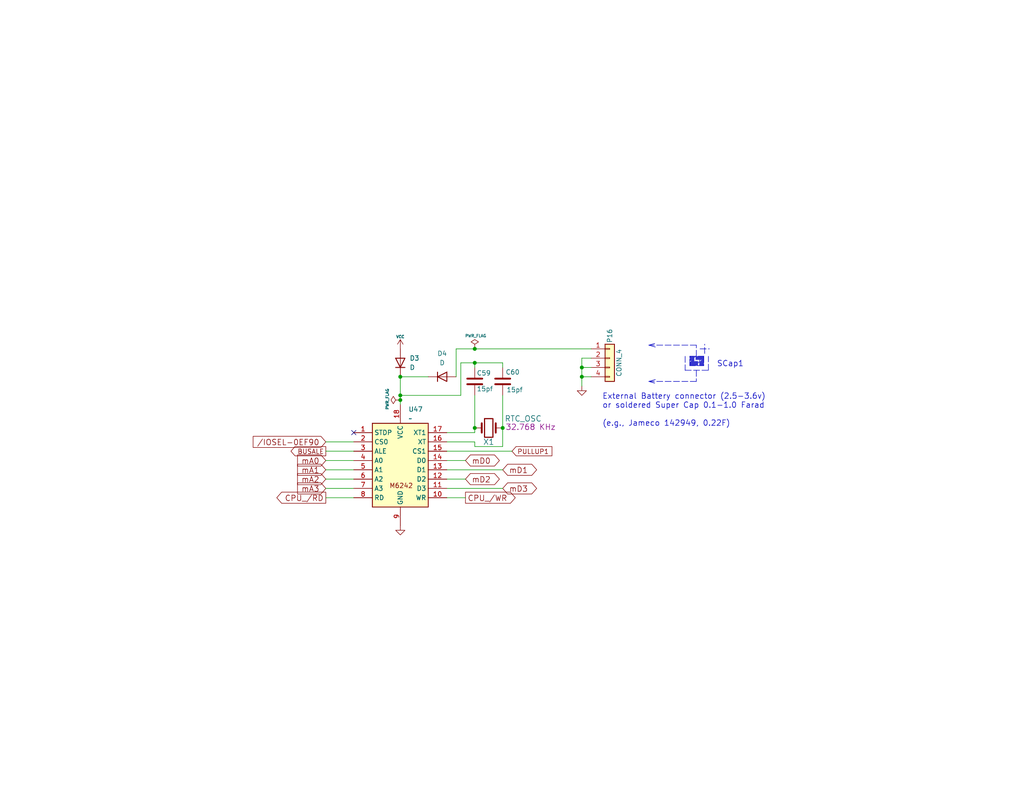
<source format=kicad_sch>
(kicad_sch
	(version 20231120)
	(generator "eeschema")
	(generator_version "8.0")
	(uuid "cbe0dedb-2418-48fa-b2ea-9e475d930100")
	(paper "A")
	(title_block
		(title "6809PC")
		(date "2025-01-21")
		(rev "001")
		(comment 1 "https://github.com/danwerner21/6809PC")
		(comment 2 "Based on work by Andrew Lynch and John Coffman")
	)
	(lib_symbols
		(symbol "Connector_Generic:Conn_01x04"
			(pin_names
				(offset 1.016) hide)
			(exclude_from_sim no)
			(in_bom yes)
			(on_board yes)
			(property "Reference" "J"
				(at 0 5.08 0)
				(effects
					(font
						(size 1.27 1.27)
					)
				)
			)
			(property "Value" "Conn_01x04"
				(at 0 -7.62 0)
				(effects
					(font
						(size 1.27 1.27)
					)
				)
			)
			(property "Footprint" ""
				(at 0 0 0)
				(effects
					(font
						(size 1.27 1.27)
					)
					(hide yes)
				)
			)
			(property "Datasheet" "~"
				(at 0 0 0)
				(effects
					(font
						(size 1.27 1.27)
					)
					(hide yes)
				)
			)
			(property "Description" "Generic connector, single row, 01x04, script generated (kicad-library-utils/schlib/autogen/connector/)"
				(at 0 0 0)
				(effects
					(font
						(size 1.27 1.27)
					)
					(hide yes)
				)
			)
			(property "ki_keywords" "connector"
				(at 0 0 0)
				(effects
					(font
						(size 1.27 1.27)
					)
					(hide yes)
				)
			)
			(property "ki_fp_filters" "Connector*:*_1x??_*"
				(at 0 0 0)
				(effects
					(font
						(size 1.27 1.27)
					)
					(hide yes)
				)
			)
			(symbol "Conn_01x04_1_1"
				(rectangle
					(start -1.27 -4.953)
					(end 0 -5.207)
					(stroke
						(width 0.1524)
						(type default)
					)
					(fill
						(type none)
					)
				)
				(rectangle
					(start -1.27 -2.413)
					(end 0 -2.667)
					(stroke
						(width 0.1524)
						(type default)
					)
					(fill
						(type none)
					)
				)
				(rectangle
					(start -1.27 0.127)
					(end 0 -0.127)
					(stroke
						(width 0.1524)
						(type default)
					)
					(fill
						(type none)
					)
				)
				(rectangle
					(start -1.27 2.667)
					(end 0 2.413)
					(stroke
						(width 0.1524)
						(type default)
					)
					(fill
						(type none)
					)
				)
				(rectangle
					(start -1.27 3.81)
					(end 1.27 -6.35)
					(stroke
						(width 0.254)
						(type default)
					)
					(fill
						(type background)
					)
				)
				(pin passive line
					(at -5.08 2.54 0)
					(length 3.81)
					(name "Pin_1"
						(effects
							(font
								(size 1.27 1.27)
							)
						)
					)
					(number "1"
						(effects
							(font
								(size 1.27 1.27)
							)
						)
					)
				)
				(pin passive line
					(at -5.08 0 0)
					(length 3.81)
					(name "Pin_2"
						(effects
							(font
								(size 1.27 1.27)
							)
						)
					)
					(number "2"
						(effects
							(font
								(size 1.27 1.27)
							)
						)
					)
				)
				(pin passive line
					(at -5.08 -2.54 0)
					(length 3.81)
					(name "Pin_3"
						(effects
							(font
								(size 1.27 1.27)
							)
						)
					)
					(number "3"
						(effects
							(font
								(size 1.27 1.27)
							)
						)
					)
				)
				(pin passive line
					(at -5.08 -5.08 0)
					(length 3.81)
					(name "Pin_4"
						(effects
							(font
								(size 1.27 1.27)
							)
						)
					)
					(number "4"
						(effects
							(font
								(size 1.27 1.27)
							)
						)
					)
				)
			)
		)
		(symbol "Custom:M6242B"
			(exclude_from_sim no)
			(in_bom yes)
			(on_board yes)
			(property "Reference" "U"
				(at 0 0 0)
				(effects
					(font
						(size 1.27 1.27)
					)
				)
			)
			(property "Value" ""
				(at 0 0 0)
				(effects
					(font
						(size 1.27 1.27)
					)
				)
			)
			(property "Footprint" ""
				(at 0 0 0)
				(effects
					(font
						(size 1.27 1.27)
					)
					(hide yes)
				)
			)
			(property "Datasheet" ""
				(at 0 0 0)
				(effects
					(font
						(size 1.27 1.27)
					)
					(hide yes)
				)
			)
			(property "Description" ""
				(at 0 0 0)
				(effects
					(font
						(size 1.27 1.27)
					)
					(hide yes)
				)
			)
			(symbol "M6242B_1_0"
				(pin passive line
					(at -12.7 3.81 0)
					(length 5.08)
					(name "STDP"
						(effects
							(font
								(size 1.27 1.27)
							)
						)
					)
					(number "1"
						(effects
							(font
								(size 1.27 1.27)
							)
						)
					)
				)
				(pin passive line
					(at 12.7 -13.97 180)
					(length 5.08)
					(name "WR"
						(effects
							(font
								(size 1.27 1.27)
							)
						)
					)
					(number "10"
						(effects
							(font
								(size 1.27 1.27)
							)
						)
					)
				)
				(pin passive line
					(at 12.7 -11.43 180)
					(length 5.08)
					(name "D3"
						(effects
							(font
								(size 1.27 1.27)
							)
						)
					)
					(number "11"
						(effects
							(font
								(size 1.27 1.27)
							)
						)
					)
				)
				(pin passive line
					(at 12.7 -8.89 180)
					(length 5.08)
					(name "D2"
						(effects
							(font
								(size 1.27 1.27)
							)
						)
					)
					(number "12"
						(effects
							(font
								(size 1.27 1.27)
							)
						)
					)
				)
				(pin passive line
					(at 12.7 -6.35 180)
					(length 5.08)
					(name "D1"
						(effects
							(font
								(size 1.27 1.27)
							)
						)
					)
					(number "13"
						(effects
							(font
								(size 1.27 1.27)
							)
						)
					)
				)
				(pin passive line
					(at 12.7 -3.81 180)
					(length 5.08)
					(name "D0"
						(effects
							(font
								(size 1.27 1.27)
							)
						)
					)
					(number "14"
						(effects
							(font
								(size 1.27 1.27)
							)
						)
					)
				)
				(pin passive line
					(at 12.7 -1.27 180)
					(length 5.08)
					(name "CS1"
						(effects
							(font
								(size 1.27 1.27)
							)
						)
					)
					(number "15"
						(effects
							(font
								(size 1.27 1.27)
							)
						)
					)
				)
				(pin passive line
					(at 12.7 1.27 180)
					(length 5.08)
					(name "XT"
						(effects
							(font
								(size 1.27 1.27)
							)
						)
					)
					(number "16"
						(effects
							(font
								(size 1.27 1.27)
							)
						)
					)
				)
				(pin passive line
					(at 12.7 3.81 180)
					(length 5.08)
					(name "XT1"
						(effects
							(font
								(size 1.27 1.27)
							)
						)
					)
					(number "17"
						(effects
							(font
								(size 1.27 1.27)
							)
						)
					)
				)
				(pin power_in line
					(at 0 11.43 270)
					(length 5.08)
					(name "VCC"
						(effects
							(font
								(size 1.27 1.27)
							)
						)
					)
					(number "18"
						(effects
							(font
								(size 1.27 1.27)
							)
						)
					)
				)
				(pin passive line
					(at -12.7 1.27 0)
					(length 5.08)
					(name "CS0"
						(effects
							(font
								(size 1.27 1.27)
							)
						)
					)
					(number "2"
						(effects
							(font
								(size 1.27 1.27)
							)
						)
					)
				)
				(pin passive line
					(at -12.7 -1.27 0)
					(length 5.08)
					(name "ALE"
						(effects
							(font
								(size 1.27 1.27)
							)
						)
					)
					(number "3"
						(effects
							(font
								(size 1.27 1.27)
							)
						)
					)
				)
				(pin passive line
					(at -12.7 -3.81 0)
					(length 5.08)
					(name "A0"
						(effects
							(font
								(size 1.27 1.27)
							)
						)
					)
					(number "4"
						(effects
							(font
								(size 1.27 1.27)
							)
						)
					)
				)
				(pin passive line
					(at -12.7 -6.35 0)
					(length 5.08)
					(name "A1"
						(effects
							(font
								(size 1.27 1.27)
							)
						)
					)
					(number "5"
						(effects
							(font
								(size 1.27 1.27)
							)
						)
					)
				)
				(pin passive line
					(at -12.7 -8.89 0)
					(length 5.08)
					(name "A2"
						(effects
							(font
								(size 1.27 1.27)
							)
						)
					)
					(number "6"
						(effects
							(font
								(size 1.27 1.27)
							)
						)
					)
				)
				(pin passive line
					(at -12.7 -11.43 0)
					(length 5.08)
					(name "A3"
						(effects
							(font
								(size 1.27 1.27)
							)
						)
					)
					(number "7"
						(effects
							(font
								(size 1.27 1.27)
							)
						)
					)
				)
				(pin passive line
					(at -12.7 -13.97 0)
					(length 5.08)
					(name "RD"
						(effects
							(font
								(size 1.27 1.27)
							)
						)
					)
					(number "8"
						(effects
							(font
								(size 1.27 1.27)
							)
						)
					)
				)
				(pin power_in line
					(at 0 -21.59 90)
					(length 5.08)
					(name "GND"
						(effects
							(font
								(size 1.27 1.27)
							)
						)
					)
					(number "9"
						(effects
							(font
								(size 1.27 1.27)
							)
						)
					)
				)
			)
			(symbol "M6242B_1_1"
				(rectangle
					(start -7.62 6.35)
					(end 7.62 -16.51)
					(stroke
						(width 0.254)
						(type default)
					)
					(fill
						(type background)
					)
				)
				(text "M6242"
					(at 0.254 -10.668 0)
					(effects
						(font
							(size 1.27 1.27)
						)
					)
				)
			)
		)
		(symbol "Device:C"
			(pin_numbers hide)
			(pin_names
				(offset 0.254)
			)
			(exclude_from_sim no)
			(in_bom yes)
			(on_board yes)
			(property "Reference" "C"
				(at 0.635 2.54 0)
				(effects
					(font
						(size 1.27 1.27)
					)
					(justify left)
				)
			)
			(property "Value" "C"
				(at 0.635 -2.54 0)
				(effects
					(font
						(size 1.27 1.27)
					)
					(justify left)
				)
			)
			(property "Footprint" ""
				(at 0.9652 -3.81 0)
				(effects
					(font
						(size 1.27 1.27)
					)
					(hide yes)
				)
			)
			(property "Datasheet" "~"
				(at 0 0 0)
				(effects
					(font
						(size 1.27 1.27)
					)
					(hide yes)
				)
			)
			(property "Description" "Unpolarized capacitor"
				(at 0 0 0)
				(effects
					(font
						(size 1.27 1.27)
					)
					(hide yes)
				)
			)
			(property "ki_keywords" "cap capacitor"
				(at 0 0 0)
				(effects
					(font
						(size 1.27 1.27)
					)
					(hide yes)
				)
			)
			(property "ki_fp_filters" "C_*"
				(at 0 0 0)
				(effects
					(font
						(size 1.27 1.27)
					)
					(hide yes)
				)
			)
			(symbol "C_0_1"
				(polyline
					(pts
						(xy -2.032 -0.762) (xy 2.032 -0.762)
					)
					(stroke
						(width 0.508)
						(type default)
					)
					(fill
						(type none)
					)
				)
				(polyline
					(pts
						(xy -2.032 0.762) (xy 2.032 0.762)
					)
					(stroke
						(width 0.508)
						(type default)
					)
					(fill
						(type none)
					)
				)
			)
			(symbol "C_1_1"
				(pin passive line
					(at 0 3.81 270)
					(length 2.794)
					(name "~"
						(effects
							(font
								(size 1.27 1.27)
							)
						)
					)
					(number "1"
						(effects
							(font
								(size 1.27 1.27)
							)
						)
					)
				)
				(pin passive line
					(at 0 -3.81 90)
					(length 2.794)
					(name "~"
						(effects
							(font
								(size 1.27 1.27)
							)
						)
					)
					(number "2"
						(effects
							(font
								(size 1.27 1.27)
							)
						)
					)
				)
			)
		)
		(symbol "Device:Crystal"
			(pin_numbers hide)
			(pin_names
				(offset 1.016) hide)
			(exclude_from_sim no)
			(in_bom yes)
			(on_board yes)
			(property "Reference" "Y"
				(at 0 3.81 0)
				(effects
					(font
						(size 1.27 1.27)
					)
				)
			)
			(property "Value" "Crystal"
				(at 0 -3.81 0)
				(effects
					(font
						(size 1.27 1.27)
					)
				)
			)
			(property "Footprint" ""
				(at 0 0 0)
				(effects
					(font
						(size 1.27 1.27)
					)
					(hide yes)
				)
			)
			(property "Datasheet" "~"
				(at 0 0 0)
				(effects
					(font
						(size 1.27 1.27)
					)
					(hide yes)
				)
			)
			(property "Description" "Two pin crystal"
				(at 0 0 0)
				(effects
					(font
						(size 1.27 1.27)
					)
					(hide yes)
				)
			)
			(property "ki_keywords" "quartz ceramic resonator oscillator"
				(at 0 0 0)
				(effects
					(font
						(size 1.27 1.27)
					)
					(hide yes)
				)
			)
			(property "ki_fp_filters" "Crystal*"
				(at 0 0 0)
				(effects
					(font
						(size 1.27 1.27)
					)
					(hide yes)
				)
			)
			(symbol "Crystal_0_1"
				(rectangle
					(start -1.143 2.54)
					(end 1.143 -2.54)
					(stroke
						(width 0.3048)
						(type default)
					)
					(fill
						(type none)
					)
				)
				(polyline
					(pts
						(xy -2.54 0) (xy -1.905 0)
					)
					(stroke
						(width 0)
						(type default)
					)
					(fill
						(type none)
					)
				)
				(polyline
					(pts
						(xy -1.905 -1.27) (xy -1.905 1.27)
					)
					(stroke
						(width 0.508)
						(type default)
					)
					(fill
						(type none)
					)
				)
				(polyline
					(pts
						(xy 1.905 -1.27) (xy 1.905 1.27)
					)
					(stroke
						(width 0.508)
						(type default)
					)
					(fill
						(type none)
					)
				)
				(polyline
					(pts
						(xy 2.54 0) (xy 1.905 0)
					)
					(stroke
						(width 0)
						(type default)
					)
					(fill
						(type none)
					)
				)
			)
			(symbol "Crystal_1_1"
				(pin passive line
					(at -3.81 0 0)
					(length 1.27)
					(name "1"
						(effects
							(font
								(size 1.27 1.27)
							)
						)
					)
					(number "1"
						(effects
							(font
								(size 1.27 1.27)
							)
						)
					)
				)
				(pin passive line
					(at 3.81 0 180)
					(length 1.27)
					(name "2"
						(effects
							(font
								(size 1.27 1.27)
							)
						)
					)
					(number "2"
						(effects
							(font
								(size 1.27 1.27)
							)
						)
					)
				)
			)
		)
		(symbol "Device:D"
			(pin_numbers hide)
			(pin_names
				(offset 1.016) hide)
			(exclude_from_sim no)
			(in_bom yes)
			(on_board yes)
			(property "Reference" "D"
				(at 0 2.54 0)
				(effects
					(font
						(size 1.27 1.27)
					)
				)
			)
			(property "Value" "D"
				(at 0 -2.54 0)
				(effects
					(font
						(size 1.27 1.27)
					)
				)
			)
			(property "Footprint" ""
				(at 0 0 0)
				(effects
					(font
						(size 1.27 1.27)
					)
					(hide yes)
				)
			)
			(property "Datasheet" "~"
				(at 0 0 0)
				(effects
					(font
						(size 1.27 1.27)
					)
					(hide yes)
				)
			)
			(property "Description" "Diode"
				(at 0 0 0)
				(effects
					(font
						(size 1.27 1.27)
					)
					(hide yes)
				)
			)
			(property "Sim.Device" "D"
				(at 0 0 0)
				(effects
					(font
						(size 1.27 1.27)
					)
					(hide yes)
				)
			)
			(property "Sim.Pins" "1=K 2=A"
				(at 0 0 0)
				(effects
					(font
						(size 1.27 1.27)
					)
					(hide yes)
				)
			)
			(property "ki_keywords" "diode"
				(at 0 0 0)
				(effects
					(font
						(size 1.27 1.27)
					)
					(hide yes)
				)
			)
			(property "ki_fp_filters" "TO-???* *_Diode_* *SingleDiode* D_*"
				(at 0 0 0)
				(effects
					(font
						(size 1.27 1.27)
					)
					(hide yes)
				)
			)
			(symbol "D_0_1"
				(polyline
					(pts
						(xy -1.27 1.27) (xy -1.27 -1.27)
					)
					(stroke
						(width 0.254)
						(type default)
					)
					(fill
						(type none)
					)
				)
				(polyline
					(pts
						(xy 1.27 0) (xy -1.27 0)
					)
					(stroke
						(width 0)
						(type default)
					)
					(fill
						(type none)
					)
				)
				(polyline
					(pts
						(xy 1.27 1.27) (xy 1.27 -1.27) (xy -1.27 0) (xy 1.27 1.27)
					)
					(stroke
						(width 0.254)
						(type default)
					)
					(fill
						(type none)
					)
				)
			)
			(symbol "D_1_1"
				(pin passive line
					(at -3.81 0 0)
					(length 2.54)
					(name "K"
						(effects
							(font
								(size 1.27 1.27)
							)
						)
					)
					(number "1"
						(effects
							(font
								(size 1.27 1.27)
							)
						)
					)
				)
				(pin passive line
					(at 3.81 0 180)
					(length 2.54)
					(name "A"
						(effects
							(font
								(size 1.27 1.27)
							)
						)
					)
					(number "2"
						(effects
							(font
								(size 1.27 1.27)
							)
						)
					)
				)
			)
		)
		(symbol "power:GND"
			(power)
			(pin_numbers hide)
			(pin_names
				(offset 0) hide)
			(exclude_from_sim no)
			(in_bom yes)
			(on_board yes)
			(property "Reference" "#PWR"
				(at 0 -6.35 0)
				(effects
					(font
						(size 1.27 1.27)
					)
					(hide yes)
				)
			)
			(property "Value" "GND"
				(at 0 -3.81 0)
				(effects
					(font
						(size 1.27 1.27)
					)
				)
			)
			(property "Footprint" ""
				(at 0 0 0)
				(effects
					(font
						(size 1.27 1.27)
					)
					(hide yes)
				)
			)
			(property "Datasheet" ""
				(at 0 0 0)
				(effects
					(font
						(size 1.27 1.27)
					)
					(hide yes)
				)
			)
			(property "Description" "Power symbol creates a global label with name \"GND\" , ground"
				(at 0 0 0)
				(effects
					(font
						(size 1.27 1.27)
					)
					(hide yes)
				)
			)
			(property "ki_keywords" "global power"
				(at 0 0 0)
				(effects
					(font
						(size 1.27 1.27)
					)
					(hide yes)
				)
			)
			(symbol "GND_0_1"
				(polyline
					(pts
						(xy 0 0) (xy 0 -1.27) (xy 1.27 -1.27) (xy 0 -2.54) (xy -1.27 -1.27) (xy 0 -1.27)
					)
					(stroke
						(width 0)
						(type default)
					)
					(fill
						(type none)
					)
				)
			)
			(symbol "GND_1_1"
				(pin power_in line
					(at 0 0 270)
					(length 0)
					(name "~"
						(effects
							(font
								(size 1.27 1.27)
							)
						)
					)
					(number "1"
						(effects
							(font
								(size 1.27 1.27)
							)
						)
					)
				)
			)
		)
		(symbol "power:PWR_FLAG"
			(power)
			(pin_numbers hide)
			(pin_names
				(offset 0) hide)
			(exclude_from_sim no)
			(in_bom yes)
			(on_board yes)
			(property "Reference" "#FLG"
				(at 0 1.905 0)
				(effects
					(font
						(size 1.27 1.27)
					)
					(hide yes)
				)
			)
			(property "Value" "PWR_FLAG"
				(at 0 3.81 0)
				(effects
					(font
						(size 1.27 1.27)
					)
				)
			)
			(property "Footprint" ""
				(at 0 0 0)
				(effects
					(font
						(size 1.27 1.27)
					)
					(hide yes)
				)
			)
			(property "Datasheet" "~"
				(at 0 0 0)
				(effects
					(font
						(size 1.27 1.27)
					)
					(hide yes)
				)
			)
			(property "Description" "Special symbol for telling ERC where power comes from"
				(at 0 0 0)
				(effects
					(font
						(size 1.27 1.27)
					)
					(hide yes)
				)
			)
			(property "ki_keywords" "flag power"
				(at 0 0 0)
				(effects
					(font
						(size 1.27 1.27)
					)
					(hide yes)
				)
			)
			(symbol "PWR_FLAG_0_0"
				(pin power_out line
					(at 0 0 90)
					(length 0)
					(name "~"
						(effects
							(font
								(size 1.27 1.27)
							)
						)
					)
					(number "1"
						(effects
							(font
								(size 1.27 1.27)
							)
						)
					)
				)
			)
			(symbol "PWR_FLAG_0_1"
				(polyline
					(pts
						(xy 0 0) (xy 0 1.27) (xy -1.016 1.905) (xy 0 2.54) (xy 1.016 1.905) (xy 0 1.27)
					)
					(stroke
						(width 0)
						(type default)
					)
					(fill
						(type none)
					)
				)
			)
		)
		(symbol "power:VCC"
			(power)
			(pin_numbers hide)
			(pin_names
				(offset 0) hide)
			(exclude_from_sim no)
			(in_bom yes)
			(on_board yes)
			(property "Reference" "#PWR"
				(at 0 -3.81 0)
				(effects
					(font
						(size 1.27 1.27)
					)
					(hide yes)
				)
			)
			(property "Value" "VCC"
				(at 0 3.556 0)
				(effects
					(font
						(size 1.27 1.27)
					)
				)
			)
			(property "Footprint" ""
				(at 0 0 0)
				(effects
					(font
						(size 1.27 1.27)
					)
					(hide yes)
				)
			)
			(property "Datasheet" ""
				(at 0 0 0)
				(effects
					(font
						(size 1.27 1.27)
					)
					(hide yes)
				)
			)
			(property "Description" "Power symbol creates a global label with name \"VCC\""
				(at 0 0 0)
				(effects
					(font
						(size 1.27 1.27)
					)
					(hide yes)
				)
			)
			(property "ki_keywords" "global power"
				(at 0 0 0)
				(effects
					(font
						(size 1.27 1.27)
					)
					(hide yes)
				)
			)
			(symbol "VCC_0_1"
				(polyline
					(pts
						(xy -0.762 1.27) (xy 0 2.54)
					)
					(stroke
						(width 0)
						(type default)
					)
					(fill
						(type none)
					)
				)
				(polyline
					(pts
						(xy 0 0) (xy 0 2.54)
					)
					(stroke
						(width 0)
						(type default)
					)
					(fill
						(type none)
					)
				)
				(polyline
					(pts
						(xy 0 2.54) (xy 0.762 1.27)
					)
					(stroke
						(width 0)
						(type default)
					)
					(fill
						(type none)
					)
				)
			)
			(symbol "VCC_1_1"
				(pin power_in line
					(at 0 0 90)
					(length 0)
					(name "~"
						(effects
							(font
								(size 1.27 1.27)
							)
						)
					)
					(number "1"
						(effects
							(font
								(size 1.27 1.27)
							)
						)
					)
				)
			)
		)
	)
	(junction
		(at 129.54 116.84)
		(diameter 0)
		(color 0 0 0 0)
		(uuid "0d1d74d0-0d3a-4233-ba1e-e9e063a4e189")
	)
	(junction
		(at 137.16 116.84)
		(diameter 0)
		(color 0 0 0 0)
		(uuid "17c6fedd-fb1d-45fc-8f07-0e48566785ea")
	)
	(junction
		(at 109.22 109.22)
		(diameter 0)
		(color 0 0 0 0)
		(uuid "22257d5c-532e-4549-af19-bd9813268dd8")
	)
	(junction
		(at 158.75 100.33)
		(diameter 0)
		(color 0 0 0 0)
		(uuid "6cb0f734-f1e0-4530-99f5-c98ebef9a7c0")
	)
	(junction
		(at 129.54 99.06)
		(diameter 0)
		(color 0 0 0 0)
		(uuid "7ad2b714-d338-4d20-b85d-d09236e3471d")
	)
	(junction
		(at 158.75 102.87)
		(diameter 0)
		(color 0 0 0 0)
		(uuid "9111b942-aa29-4bc9-84f8-012d40869b3a")
	)
	(junction
		(at 109.22 102.87)
		(diameter 0)
		(color 0 0 0 0)
		(uuid "9d1c0fcd-41fb-443e-b593-04b65394e3fe")
	)
	(junction
		(at 109.22 107.95)
		(diameter 0)
		(color 0 0 0 0)
		(uuid "cee5a908-c97a-48b2-af48-b495431ce13f")
	)
	(junction
		(at 129.54 95.25)
		(diameter 0)
		(color 0 0 0 0)
		(uuid "e1156556-c4ff-4065-afc0-db8776de6ef2")
	)
	(no_connect
		(at 96.52 118.11)
		(uuid "272fd08b-1ff6-42cc-b6f9-0dbecc3ebff3")
	)
	(wire
		(pts
			(xy 129.54 100.33) (xy 129.54 99.06)
		)
		(stroke
			(width 0)
			(type default)
		)
		(uuid "074e6c7a-2716-4f53-8296-9c1aad1d60c3")
	)
	(wire
		(pts
			(xy 88.9 128.27) (xy 96.52 128.27)
		)
		(stroke
			(width 0)
			(type default)
		)
		(uuid "0b8b830e-7e53-4457-a68b-56284672be36")
	)
	(polyline
		(pts
			(xy 188.214 99.568) (xy 190.5 97.282)
		)
		(stroke
			(width 0)
			(type dash)
		)
		(uuid "0d373690-523c-460b-bf55-f720ac1d721e")
	)
	(polyline
		(pts
			(xy 188.214 98.552) (xy 189.484 97.282)
		)
		(stroke
			(width 0)
			(type dash)
		)
		(uuid "0dfcaca9-2865-47fc-b12c-f4356d1adab8")
	)
	(wire
		(pts
			(xy 88.9 133.35) (xy 96.52 133.35)
		)
		(stroke
			(width 0)
			(type default)
		)
		(uuid "0e20b1c0-1eee-4bb3-b26a-eb3e3f1fdd2b")
	)
	(polyline
		(pts
			(xy 189.992 101.092) (xy 189.992 104.14)
		)
		(stroke
			(width 0)
			(type dash)
		)
		(uuid "10e54ce8-b6d1-43f0-9ad8-2bcc8ae3800c")
	)
	(wire
		(pts
			(xy 109.22 107.95) (xy 109.22 109.22)
		)
		(stroke
			(width 0)
			(type default)
		)
		(uuid "14daa1a8-aff2-4566-9b66-4fddbe25eaf6")
	)
	(wire
		(pts
			(xy 88.9 135.89) (xy 96.52 135.89)
		)
		(stroke
			(width 0)
			(type default)
		)
		(uuid "1c93944e-65dd-4e3d-b0b7-bd8e0d83dfe3")
	)
	(wire
		(pts
			(xy 109.22 102.87) (xy 109.22 107.95)
		)
		(stroke
			(width 0)
			(type default)
		)
		(uuid "1d5d82eb-161b-4693-bc0e-321ae02c2977")
	)
	(polyline
		(pts
			(xy 191.008 95.25) (xy 193.548 95.25)
		)
		(stroke
			(width 0)
			(type dash)
		)
		(uuid "1f1de75b-8f8c-489b-8157-2c79626a9ce8")
	)
	(wire
		(pts
			(xy 109.22 102.87) (xy 116.84 102.87)
		)
		(stroke
			(width 0)
			(type default)
		)
		(uuid "1ff55ea5-b1d8-448a-a6fc-652df37e1e6b")
	)
	(wire
		(pts
			(xy 137.16 99.06) (xy 137.16 100.33)
		)
		(stroke
			(width 0)
			(type default)
		)
		(uuid "20d22bc1-bc2e-44be-9919-bb7508e27a89")
	)
	(wire
		(pts
			(xy 158.75 97.79) (xy 161.29 97.79)
		)
		(stroke
			(width 0)
			(type default)
		)
		(uuid "20e1e5c1-f08d-420c-b598-e9a87b0886cb")
	)
	(polyline
		(pts
			(xy 188.722 97.282) (xy 188.214 97.79)
		)
		(stroke
			(width 0)
			(type dash)
		)
		(uuid "24062355-a8b6-44a4-8c27-09cf36e0b217")
	)
	(polyline
		(pts
			(xy 192.024 97.282) (xy 192.024 99.822)
		)
		(stroke
			(width 0)
			(type dash)
		)
		(uuid "25b55ce8-f1f1-4e3c-9198-8f96b5401f4d")
	)
	(wire
		(pts
			(xy 129.54 95.25) (xy 124.46 95.25)
		)
		(stroke
			(width 0)
			(type default)
		)
		(uuid "2745431f-67db-430b-9a58-4722efa9cc29")
	)
	(wire
		(pts
			(xy 88.9 120.65) (xy 96.52 120.65)
		)
		(stroke
			(width 0)
			(type default)
		)
		(uuid "285691e2-a949-4f48-9762-8656e55472ad")
	)
	(wire
		(pts
			(xy 121.92 133.35) (xy 137.16 133.35)
		)
		(stroke
			(width 0)
			(type default)
		)
		(uuid "2ae4f461-2dd2-4e59-9cec-42b344a65e34")
	)
	(polyline
		(pts
			(xy 189.738 97.282) (xy 188.214 98.806)
		)
		(stroke
			(width 0)
			(type dash)
		)
		(uuid "2c4c920e-a397-4099-b0c8-61be724dc379")
	)
	(wire
		(pts
			(xy 88.9 130.81) (xy 96.52 130.81)
		)
		(stroke
			(width 0)
			(type default)
		)
		(uuid "35921371-a3e1-421b-b76e-f82cfc3e3152")
	)
	(polyline
		(pts
			(xy 193.294 101.092) (xy 193.294 97.282)
		)
		(stroke
			(width 0)
			(type dash)
		)
		(uuid "38c3d51b-624c-469b-bf45-9fcfbfd7c6cb")
	)
	(wire
		(pts
			(xy 137.16 121.92) (xy 129.54 121.92)
		)
		(stroke
			(width 0)
			(type default)
		)
		(uuid "39247989-3c6e-4b7f-93a5-b52758855e0a")
	)
	(wire
		(pts
			(xy 161.29 95.25) (xy 129.54 95.25)
		)
		(stroke
			(width 0)
			(type default)
		)
		(uuid "398b3923-65dc-435b-93aa-5850d676d8e1")
	)
	(wire
		(pts
			(xy 121.92 135.89) (xy 127 135.89)
		)
		(stroke
			(width 0)
			(type default)
		)
		(uuid "3c000ca0-4edb-49ac-9e25-18b111603333")
	)
	(wire
		(pts
			(xy 88.9 125.73) (xy 96.52 125.73)
		)
		(stroke
			(width 0)
			(type default)
		)
		(uuid "3ea46392-d989-4fe8-a703-67426b5a8ae4")
	)
	(polyline
		(pts
			(xy 186.944 101.092) (xy 193.294 101.092)
		)
		(stroke
			(width 0)
			(type dash)
		)
		(uuid "4124ca06-3037-4789-b0ec-c2922bba8b98")
	)
	(polyline
		(pts
			(xy 192.024 97.282) (xy 189.484 99.822)
		)
		(stroke
			(width 0)
			(type dash)
		)
		(uuid "41888a60-15d5-4001-9789-05c5b56a7d79")
	)
	(wire
		(pts
			(xy 158.75 102.87) (xy 158.75 100.33)
		)
		(stroke
			(width 0)
			(type default)
		)
		(uuid "42ab241e-70e6-445a-a792-aefa920b1130")
	)
	(wire
		(pts
			(xy 125.73 99.06) (xy 129.54 99.06)
		)
		(stroke
			(width 0)
			(type default)
		)
		(uuid "446b9f5e-5d7d-4514-ab22-2c2362d57a66")
	)
	(wire
		(pts
			(xy 88.9 123.19) (xy 96.52 123.19)
		)
		(stroke
			(width 0)
			(type default)
		)
		(uuid "44806aaa-66e0-407e-985f-42f49f7a7225")
	)
	(polyline
		(pts
			(xy 188.214 99.06) (xy 189.992 97.282)
		)
		(stroke
			(width 0)
			(type dash)
		)
		(uuid "448cfa57-f291-4c47-8e58-bdf8ddfcb9fc")
	)
	(wire
		(pts
			(xy 137.16 107.95) (xy 137.16 116.84)
		)
		(stroke
			(width 0)
			(type default)
		)
		(uuid "47c446df-2318-4474-b892-d88cbd7b6896")
	)
	(polyline
		(pts
			(xy 177.038 104.14) (xy 178.816 104.648)
		)
		(stroke
			(width 0)
			(type dash)
		)
		(uuid "4b83b5d0-da0f-4e79-8f10-e228bc852ea2")
	)
	(polyline
		(pts
			(xy 178.816 94.742) (xy 177.038 94.234)
		)
		(stroke
			(width 0)
			(type dash)
		)
		(uuid "4ce4c4bd-c43c-4ad3-a203-d66f358d04e5")
	)
	(polyline
		(pts
			(xy 188.214 98.298) (xy 189.23 97.282)
		)
		(stroke
			(width 0)
			(type dash)
		)
		(uuid "4cfcf672-b750-4dc2-affb-538db8bacf49")
	)
	(polyline
		(pts
			(xy 192.024 99.822) (xy 188.214 99.822)
		)
		(stroke
			(width 0)
			(type dash)
		)
		(uuid "4da2c468-4eca-4063-ac16-4d11c95eaf1a")
	)
	(polyline
		(pts
			(xy 188.214 99.314) (xy 190.246 97.282)
		)
		(stroke
			(width 0)
			(type dash)
		)
		(uuid "4dba5e90-e9e1-423d-b342-f27cfc0bb522")
	)
	(polyline
		(pts
			(xy 188.468 99.822) (xy 191.008 97.282)
		)
		(stroke
			(width 0)
			(type dash)
		)
		(uuid "4fbb8b65-1e35-4f58-97fb-2448dc4a2c0d")
	)
	(wire
		(pts
			(xy 121.92 130.81) (xy 127 130.81)
		)
		(stroke
			(width 0)
			(type default)
		)
		(uuid "57341449-3eb3-4aa2-bf6d-5b753a2c2e7b")
	)
	(wire
		(pts
			(xy 129.54 121.92) (xy 129.54 120.65)
		)
		(stroke
			(width 0)
			(type default)
		)
		(uuid "57d736c0-d433-45c9-8e8f-086c58fded61")
	)
	(wire
		(pts
			(xy 109.22 109.22) (xy 109.22 110.49)
		)
		(stroke
			(width 0)
			(type default)
		)
		(uuid "5b17b3dd-03a7-4843-9f52-d87d0df5ef98")
	)
	(polyline
		(pts
			(xy 189.738 99.822) (xy 192.024 97.536)
		)
		(stroke
			(width 0)
			(type dash)
		)
		(uuid "5f9f57ce-4522-424a-88b8-4b205fd7371b")
	)
	(wire
		(pts
			(xy 129.54 99.06) (xy 137.16 99.06)
		)
		(stroke
			(width 0)
			(type default)
		)
		(uuid "624cd841-5d8c-4be5-ba77-3b85ffae2999")
	)
	(polyline
		(pts
			(xy 186.944 97.282) (xy 186.944 101.092)
		)
		(stroke
			(width 0)
			(type dash)
		)
		(uuid "69699f7a-b298-4b6e-b75a-8f323a348809")
	)
	(polyline
		(pts
			(xy 192.024 98.552) (xy 190.754 99.822)
		)
		(stroke
			(width 0)
			(type dash)
		)
		(uuid "73659f2d-2784-4b06-90a0-55345351a087")
	)
	(wire
		(pts
			(xy 125.73 107.95) (xy 125.73 99.06)
		)
		(stroke
			(width 0)
			(type default)
		)
		(uuid "7383839f-b6cf-479d-b027-c7522a8a7b45")
	)
	(wire
		(pts
			(xy 129.54 120.65) (xy 121.92 120.65)
		)
		(stroke
			(width 0)
			(type default)
		)
		(uuid "74ee5d6f-0208-4484-ba4a-6ac0c6a9c83a")
	)
	(polyline
		(pts
			(xy 188.214 99.822) (xy 188.214 97.282)
		)
		(stroke
			(width 0)
			(type dash)
		)
		(uuid "7d666ed5-2dc9-4449-8859-015b65663dff")
	)
	(polyline
		(pts
			(xy 189.23 99.822) (xy 191.77 97.282)
		)
		(stroke
			(width 0)
			(type dash)
		)
		(uuid "800a84bb-8eab-4685-adf0-bc364fde816f")
	)
	(polyline
		(pts
			(xy 189.992 104.14) (xy 177.038 104.14)
		)
		(stroke
			(width 0)
			(type dash)
		)
		(uuid "890cb816-d5fa-4c64-912f-33884b2eb870")
	)
	(polyline
		(pts
			(xy 192.024 97.79) (xy 189.992 99.822)
		)
		(stroke
			(width 0)
			(type dash)
		)
		(uuid "8b6dcd3d-c31e-495e-96e9-5914485c00ae")
	)
	(wire
		(pts
			(xy 137.16 116.84) (xy 137.16 121.92)
		)
		(stroke
			(width 0)
			(type default)
		)
		(uuid "8be18f1a-e17f-4982-94b0-17077ba9e282")
	)
	(polyline
		(pts
			(xy 188.214 99.822) (xy 190.754 97.282)
		)
		(stroke
			(width 0)
			(type dash)
		)
		(uuid "8d1a00ab-a0c4-4bb7-ae1b-70f65fddb316")
	)
	(polyline
		(pts
			(xy 192.024 99.314) (xy 191.516 99.822)
		)
		(stroke
			(width 0)
			(type dash)
		)
		(uuid "9451a97e-5800-42e5-aa73-6af9fe88ab6e")
	)
	(wire
		(pts
			(xy 121.92 125.73) (xy 127 125.73)
		)
		(stroke
			(width 0)
			(type default)
		)
		(uuid "96fdd68f-0fed-4b65-baba-bcf5938f79f7")
	)
	(wire
		(pts
			(xy 121.92 123.19) (xy 139.7 123.19)
		)
		(stroke
			(width 0)
			(type default)
		)
		(uuid "9c1b3994-a67d-48f7-910b-4e2bc3ffb989")
	)
	(wire
		(pts
			(xy 158.75 100.33) (xy 161.29 100.33)
		)
		(stroke
			(width 0)
			(type default)
		)
		(uuid "a1753ab4-271b-4756-ac44-580245115f5c")
	)
	(polyline
		(pts
			(xy 177.038 94.234) (xy 178.816 93.726)
		)
		(stroke
			(width 0)
			(type dash)
		)
		(uuid "a33e1bd6-fc3c-4db3-8eb6-c0b60acfbfa8")
	)
	(polyline
		(pts
			(xy 192.024 98.044) (xy 190.246 99.822)
		)
		(stroke
			(width 0)
			(type dash)
		)
		(uuid "a3fe153a-4ccc-4075-8efb-5a3ea01f00ba")
	)
	(polyline
		(pts
			(xy 189.992 94.234) (xy 177.038 94.234)
		)
		(stroke
			(width 0)
			(type dash)
		)
		(uuid "a595ce0a-6975-4d30-9a46-3d5590a4a385")
	)
	(wire
		(pts
			(xy 129.54 107.95) (xy 129.54 116.84)
		)
		(stroke
			(width 0)
			(type default)
		)
		(uuid "a6764b04-57cf-4f62-8ea8-d19c7d5cfc40")
	)
	(polyline
		(pts
			(xy 188.722 99.822) (xy 191.262 97.282)
		)
		(stroke
			(width 0)
			(type dash)
		)
		(uuid "a6f02b29-6692-447b-aec0-18676f667708")
	)
	(polyline
		(pts
			(xy 192.024 99.568) (xy 191.77 99.822)
		)
		(stroke
			(width 0)
			(type dash)
		)
		(uuid "abeaaa44-d1b9-4986-ac75-21af6d948b6c")
	)
	(wire
		(pts
			(xy 129.54 116.84) (xy 129.54 118.11)
		)
		(stroke
			(width 0)
			(type default)
		)
		(uuid "b485b17a-5bd9-49f7-ba69-06e6c8513965")
	)
	(polyline
		(pts
			(xy 188.976 99.822) (xy 191.516 97.282)
		)
		(stroke
			(width 0)
			(type dash)
		)
		(uuid "b7b89e36-ec31-4346-8187-69b1e472b64d")
	)
	(polyline
		(pts
			(xy 192.024 98.298) (xy 190.5 99.822)
		)
		(stroke
			(width 0)
			(type dash)
		)
		(uuid "bb513acc-705b-460a-b7b5-8f5b4d3f0432")
	)
	(polyline
		(pts
			(xy 178.816 103.632) (xy 177.038 104.14)
		)
		(stroke
			(width 0)
			(type dash)
		)
		(uuid "bd32591f-6897-4d63-a8bd-135148b120a1")
	)
	(wire
		(pts
			(xy 158.75 100.33) (xy 158.75 97.79)
		)
		(stroke
			(width 0)
			(type default)
		)
		(uuid "c01ea495-5e00-40b7-a115-27f469344d40")
	)
	(wire
		(pts
			(xy 121.92 118.11) (xy 129.54 118.11)
		)
		(stroke
			(width 0)
			(type default)
		)
		(uuid "c69cfb87-04ee-40c1-aa9d-8cdfffd83a0d")
	)
	(polyline
		(pts
			(xy 189.992 97.282) (xy 189.992 94.234)
		)
		(stroke
			(width 0)
			(type dash)
		)
		(uuid "d8f0db28-7e5c-4284-8050-94cb06a0a295")
	)
	(polyline
		(pts
			(xy 188.214 98.044) (xy 188.976 97.282)
		)
		(stroke
			(width 0)
			(type dash)
		)
		(uuid "dfd8dfc3-ad86-470e-a8f4-eed3777027f6")
	)
	(wire
		(pts
			(xy 109.22 107.95) (xy 125.73 107.95)
		)
		(stroke
			(width 0)
			(type default)
		)
		(uuid "e0f8f607-f0e4-4f7a-baab-2ee1f0eab474")
	)
	(polyline
		(pts
			(xy 188.214 97.282) (xy 192.024 97.282)
		)
		(stroke
			(width 0)
			(type dash)
		)
		(uuid "e3d21f97-494d-471f-8154-d9fbf99b335c")
	)
	(polyline
		(pts
			(xy 192.024 99.06) (xy 191.262 99.822)
		)
		(stroke
			(width 0)
			(type dash)
		)
		(uuid "eaa97db4-24d1-4441-abe7-42a95c22d2bd")
	)
	(wire
		(pts
			(xy 121.92 128.27) (xy 137.16 128.27)
		)
		(stroke
			(width 0)
			(type default)
		)
		(uuid "eb5cdc20-d812-4884-8920-7e9ba003e544")
	)
	(wire
		(pts
			(xy 161.29 102.87) (xy 158.75 102.87)
		)
		(stroke
			(width 0)
			(type default)
		)
		(uuid "ed6a32e2-b49d-4a34-9c75-0ef0fa9aa691")
	)
	(wire
		(pts
			(xy 124.46 95.25) (xy 124.46 102.87)
		)
		(stroke
			(width 0)
			(type default)
		)
		(uuid "eea10789-1e1d-40b5-adfe-0f0e65c3687e")
	)
	(polyline
		(pts
			(xy 188.214 97.536) (xy 188.468 97.282)
		)
		(stroke
			(width 0)
			(type dash)
		)
		(uuid "f050cf93-0324-443e-a7da-739bb27070dc")
	)
	(polyline
		(pts
			(xy 192.024 98.806) (xy 191.008 99.822)
		)
		(stroke
			(width 0)
			(type dash)
		)
		(uuid "f8b1a67b-156a-402c-b519-3e71ffc0e4d6")
	)
	(polyline
		(pts
			(xy 192.278 96.52) (xy 192.278 93.98)
		)
		(stroke
			(width 0)
			(type dash)
		)
		(uuid "f8fdbc17-dd54-4737-90bc-2f1447165a37")
	)
	(wire
		(pts
			(xy 158.75 105.41) (xy 158.75 102.87)
		)
		(stroke
			(width 0)
			(type default)
		)
		(uuid "fb391fa3-adfb-4ca1-82c2-a30d2e41e0d1")
	)
	(text "External Battery connector (2.5-3.6v)\nor soldered Super Cap 0.1-1.0 Farad\n\n(e.g., Jameco 142949, 0.22F)"
		(exclude_from_sim no)
		(at 164.338 116.586 0)
		(effects
			(font
				(size 1.524 1.524)
			)
			(justify left bottom)
		)
		(uuid "92e3e0e3-fa3a-46c6-b84f-93ebe8ce2786")
	)
	(text "~"
		(exclude_from_sim no)
		(at 195.834 97.536 0)
		(effects
			(font
				(size 1.524 1.524)
			)
			(justify left bottom)
		)
		(uuid "bcbab533-e9d9-434c-b211-4f2e310ebe17")
	)
	(text "SCap1"
		(exclude_from_sim no)
		(at 195.58 100.33 0)
		(effects
			(font
				(size 1.524 1.524)
			)
			(justify left bottom)
		)
		(uuid "cab9cfba-eafe-478a-a2eb-956c2e26d486")
	)
	(global_label "CPU_/WR"
		(shape output)
		(at 127 135.89 0)
		(effects
			(font
				(size 1.524 1.524)
			)
			(justify left)
		)
		(uuid "106cf535-337d-48b8-9843-08f44e761d28")
		(property "Intersheetrefs" "${INTERSHEET_REFS}"
			(at 127 135.89 0)
			(effects
				(font
					(size 1.27 1.27)
				)
				(hide yes)
			)
		)
	)
	(global_label "mD1"
		(shape bidirectional)
		(at 137.16 128.27 0)
		(effects
			(font
				(size 1.524 1.524)
			)
			(justify left)
		)
		(uuid "3725faac-2d09-49f6-8b81-8b717fb5338f")
		(property "Intersheetrefs" "${INTERSHEET_REFS}"
			(at 137.16 128.27 0)
			(effects
				(font
					(size 1.27 1.27)
				)
				(hide yes)
			)
		)
	)
	(global_label "mA2"
		(shape input)
		(at 88.9 130.81 180)
		(effects
			(font
				(size 1.524 1.524)
			)
			(justify right)
		)
		(uuid "3ad69799-a79d-4340-af5e-e702efd92d27")
		(property "Intersheetrefs" "${INTERSHEET_REFS}"
			(at 88.9 130.81 0)
			(effects
				(font
					(size 1.27 1.27)
				)
				(hide yes)
			)
		)
	)
	(global_label "mD0"
		(shape bidirectional)
		(at 127 125.73 0)
		(effects
			(font
				(size 1.524 1.524)
			)
			(justify left)
		)
		(uuid "4244b212-082c-4fe9-ada3-a78fed8054a7")
		(property "Intersheetrefs" "${INTERSHEET_REFS}"
			(at 127 125.73 0)
			(effects
				(font
					(size 1.27 1.27)
				)
				(hide yes)
			)
		)
	)
	(global_label "mA3"
		(shape input)
		(at 88.9 133.35 180)
		(effects
			(font
				(size 1.524 1.524)
			)
			(justify right)
		)
		(uuid "45f3329e-878b-46aa-9d9d-eae1b4e1bb36")
		(property "Intersheetrefs" "${INTERSHEET_REFS}"
			(at 88.9 133.35 0)
			(effects
				(font
					(size 1.27 1.27)
				)
				(hide yes)
			)
		)
	)
	(global_label "mD2"
		(shape bidirectional)
		(at 127 130.81 0)
		(effects
			(font
				(size 1.524 1.524)
			)
			(justify left)
		)
		(uuid "481be9fe-bacb-41b2-a941-5810231f9026")
		(property "Intersheetrefs" "${INTERSHEET_REFS}"
			(at 127 130.81 0)
			(effects
				(font
					(size 1.27 1.27)
				)
				(hide yes)
			)
		)
	)
	(global_label "BUSALE"
		(shape output)
		(at 88.9 123.19 180)
		(fields_autoplaced yes)
		(effects
			(font
				(size 1.27 1.27)
			)
			(justify right)
		)
		(uuid "6d9e1370-c857-481c-bb9b-c0bfc9330df4")
		(property "Intersheetrefs" "${INTERSHEET_REFS}"
			(at 79.4933 123.19 0)
			(effects
				(font
					(size 1.27 1.27)
				)
				(justify right)
				(hide yes)
			)
		)
	)
	(global_label "{slash}IOSEL-0EF90"
		(shape input)
		(at 88.9 120.65 180)
		(effects
			(font
				(size 1.524 1.524)
			)
			(justify right)
		)
		(uuid "79f33c75-e95b-4941-9fe4-9bf7a1cdf58f")
		(property "Intersheetrefs" "${INTERSHEET_REFS}"
			(at 88.9 120.65 0)
			(effects
				(font
					(size 1.27 1.27)
				)
				(hide yes)
			)
		)
	)
	(global_label "mA1"
		(shape input)
		(at 88.9 128.27 180)
		(effects
			(font
				(size 1.524 1.524)
			)
			(justify right)
		)
		(uuid "9630b6a4-e33c-4181-b4e6-3d23f6f7f4ec")
		(property "Intersheetrefs" "${INTERSHEET_REFS}"
			(at 88.9 128.27 0)
			(effects
				(font
					(size 1.27 1.27)
				)
				(hide yes)
			)
		)
	)
	(global_label "PULLUP1"
		(shape input)
		(at 139.7 123.19 0)
		(fields_autoplaced yes)
		(effects
			(font
				(size 1.27 1.27)
			)
			(justify left)
		)
		(uuid "9bfeac79-ad14-44a4-9f0b-60fbf4105888")
		(property "Intersheetrefs" "${INTERSHEET_REFS}"
			(at 150.4977 123.19 0)
			(effects
				(font
					(size 1.27 1.27)
				)
				(justify left)
				(hide yes)
			)
		)
	)
	(global_label "mD3"
		(shape bidirectional)
		(at 137.16 133.35 0)
		(effects
			(font
				(size 1.524 1.524)
			)
			(justify left)
		)
		(uuid "a2bacde7-d0b6-496b-b83a-6223c6f68497")
		(property "Intersheetrefs" "${INTERSHEET_REFS}"
			(at 137.16 133.35 0)
			(effects
				(font
					(size 1.27 1.27)
				)
				(hide yes)
			)
		)
	)
	(global_label "CPU_/RD"
		(shape output)
		(at 88.9 135.89 180)
		(effects
			(font
				(size 1.524 1.524)
			)
			(justify right)
		)
		(uuid "a9fead82-049b-4be3-a736-01a8fc93bf23")
		(property "Intersheetrefs" "${INTERSHEET_REFS}"
			(at 88.9 135.89 0)
			(effects
				(font
					(size 1.27 1.27)
				)
				(hide yes)
			)
		)
	)
	(global_label "mA0"
		(shape input)
		(at 88.9 125.73 180)
		(effects
			(font
				(size 1.524 1.524)
			)
			(justify right)
		)
		(uuid "f3a47cd0-ee7c-43ef-9eea-e6684608e2e2")
		(property "Intersheetrefs" "${INTERSHEET_REFS}"
			(at 88.9 125.73 0)
			(effects
				(font
					(size 1.27 1.27)
				)
				(hide yes)
			)
		)
	)
	(symbol
		(lib_id "power:VCC")
		(at 109.22 95.25 0)
		(unit 1)
		(exclude_from_sim no)
		(in_bom yes)
		(on_board yes)
		(dnp no)
		(uuid "00000000-0000-0000-0000-0000526d7048")
		(property "Reference" "#PWR0148"
			(at 109.22 92.71 0)
			(effects
				(font
					(size 0.762 0.762)
				)
				(hide yes)
			)
		)
		(property "Value" "VCC"
			(at 109.22 91.948 0)
			(effects
				(font
					(size 0.762 0.762)
				)
			)
		)
		(property "Footprint" ""
			(at 109.22 95.25 0)
			(effects
				(font
					(size 1.27 1.27)
				)
				(hide yes)
			)
		)
		(property "Datasheet" ""
			(at 109.22 95.25 0)
			(effects
				(font
					(size 1.27 1.27)
				)
				(hide yes)
			)
		)
		(property "Description" "Power symbol creates a global label with name \"VCC\""
			(at 109.22 95.25 0)
			(effects
				(font
					(size 1.27 1.27)
				)
				(hide yes)
			)
		)
		(pin "1"
			(uuid "653d7c1f-bc58-44c9-9ae6-76974c0bf90d")
		)
		(instances
			(project "6x0x-6U"
				(path "/d94f9d60-5ece-4752-b49c-b0d1c95f35bc/00000000-0000-0000-0000-00005274ff2a"
					(reference "#PWR0148")
					(unit 1)
				)
			)
		)
	)
	(symbol
		(lib_id "Device:Crystal")
		(at 133.35 116.84 180)
		(unit 1)
		(exclude_from_sim no)
		(in_bom yes)
		(on_board yes)
		(dnp no)
		(uuid "00000000-0000-0000-0000-0000526d7055")
		(property "Reference" "X1"
			(at 133.35 120.65 0)
			(effects
				(font
					(size 1.524 1.524)
				)
			)
		)
		(property "Value" "RTC_OSC"
			(at 142.748 114.3 0)
			(effects
				(font
					(size 1.524 1.524)
				)
			)
		)
		(property "Footprint" "Custom:DDW_STD_RTCCRYSTAL"
			(at 133.35 116.84 0)
			(effects
				(font
					(size 1.27 1.27)
				)
				(hide yes)
			)
		)
		(property "Datasheet" "~"
			(at 133.35 116.84 0)
			(effects
				(font
					(size 1.27 1.27)
				)
				(hide yes)
			)
		)
		(property "Description" "Two pin crystal"
			(at 133.35 116.84 0)
			(effects
				(font
					(size 1.27 1.27)
				)
				(hide yes)
			)
		)
		(property "Field1" "32.768 KHz"
			(at 144.78 116.586 0)
			(effects
				(font
					(size 1.524 1.524)
				)
			)
		)
		(pin "1"
			(uuid "46ebe901-a613-4d12-96a1-ef1fdb887864")
		)
		(pin "2"
			(uuid "aa7f85e1-8081-47a2-aceb-3c7a02d75dea")
		)
		(instances
			(project "6x0x-6U"
				(path "/d94f9d60-5ece-4752-b49c-b0d1c95f35bc/00000000-0000-0000-0000-00005274ff2a"
					(reference "X1")
					(unit 1)
				)
			)
		)
	)
	(symbol
		(lib_id "Connector_Generic:Conn_01x04")
		(at 166.37 97.79 0)
		(unit 1)
		(exclude_from_sim no)
		(in_bom yes)
		(on_board yes)
		(dnp no)
		(uuid "00000000-0000-0000-0000-0000527f1592")
		(property "Reference" "P16"
			(at 166.37 91.694 90)
			(effects
				(font
					(size 1.27 1.27)
				)
			)
		)
		(property "Value" "CONN_4"
			(at 168.91 99.06 90)
			(effects
				(font
					(size 1.27 1.27)
				)
			)
		)
		(property "Footprint" "Custom:STD_DDW_PINHEAD_V_1x04"
			(at 166.37 97.79 0)
			(effects
				(font
					(size 1.27 1.27)
				)
				(hide yes)
			)
		)
		(property "Datasheet" "~"
			(at 166.37 97.79 0)
			(effects
				(font
					(size 1.27 1.27)
				)
				(hide yes)
			)
		)
		(property "Description" "Generic connector, single row, 01x04, script generated (kicad-library-utils/schlib/autogen/connector/)"
			(at 166.37 97.79 0)
			(effects
				(font
					(size 1.27 1.27)
				)
				(hide yes)
			)
		)
		(pin "1"
			(uuid "759550cd-ee3c-4f77-91bd-a9ba122f1129")
		)
		(pin "2"
			(uuid "baa595f1-0960-44d3-b638-2f503bb023c5")
		)
		(pin "3"
			(uuid "8dc4bee5-a8af-4b78-b0ed-0988a5850388")
		)
		(pin "4"
			(uuid "e7082c67-2469-401e-af82-07edee4231de")
		)
		(instances
			(project "6x0x-6U"
				(path "/d94f9d60-5ece-4752-b49c-b0d1c95f35bc/00000000-0000-0000-0000-00005274ff2a"
					(reference "P16")
					(unit 1)
				)
			)
		)
	)
	(symbol
		(lib_id "power:GND")
		(at 158.75 105.41 0)
		(unit 1)
		(exclude_from_sim no)
		(in_bom yes)
		(on_board yes)
		(dnp no)
		(uuid "00000000-0000-0000-0000-0000527f15a4")
		(property "Reference" "#PWR0150"
			(at 158.75 105.41 0)
			(effects
				(font
					(size 0.762 0.762)
				)
				(hide yes)
			)
		)
		(property "Value" "GND"
			(at 158.75 107.188 0)
			(effects
				(font
					(size 0.762 0.762)
				)
				(hide yes)
			)
		)
		(property "Footprint" ""
			(at 158.75 105.41 0)
			(effects
				(font
					(size 1.27 1.27)
				)
				(hide yes)
			)
		)
		(property "Datasheet" ""
			(at 158.75 105.41 0)
			(effects
				(font
					(size 1.27 1.27)
				)
				(hide yes)
			)
		)
		(property "Description" "Power symbol creates a global label with name \"GND\" , ground"
			(at 158.75 105.41 0)
			(effects
				(font
					(size 1.27 1.27)
				)
				(hide yes)
			)
		)
		(pin "1"
			(uuid "23cbd4f1-d40e-4702-a293-ee8f90ecafaa")
		)
		(instances
			(project "6x0x-6U"
				(path "/d94f9d60-5ece-4752-b49c-b0d1c95f35bc/00000000-0000-0000-0000-00005274ff2a"
					(reference "#PWR0150")
					(unit 1)
				)
			)
		)
	)
	(symbol
		(lib_id "Device:D")
		(at 109.22 99.06 90)
		(unit 1)
		(exclude_from_sim no)
		(in_bom yes)
		(on_board yes)
		(dnp no)
		(fields_autoplaced yes)
		(uuid "0a8e9888-c473-4b23-b515-4f93c54dc8d4")
		(property "Reference" "D3"
			(at 111.76 97.7899 90)
			(effects
				(font
					(size 1.27 1.27)
				)
				(justify right)
			)
		)
		(property "Value" "D"
			(at 111.76 100.3299 90)
			(effects
				(font
					(size 1.27 1.27)
				)
				(justify right)
			)
		)
		(property "Footprint" "Custom:STD_DDW_DIODE"
			(at 109.22 99.06 0)
			(effects
				(font
					(size 1.27 1.27)
				)
				(hide yes)
			)
		)
		(property "Datasheet" "~"
			(at 109.22 99.06 0)
			(effects
				(font
					(size 1.27 1.27)
				)
				(hide yes)
			)
		)
		(property "Description" "Diode"
			(at 109.22 99.06 0)
			(effects
				(font
					(size 1.27 1.27)
				)
				(hide yes)
			)
		)
		(property "Sim.Device" "D"
			(at 109.22 99.06 0)
			(effects
				(font
					(size 1.27 1.27)
				)
				(hide yes)
			)
		)
		(property "Sim.Pins" "1=K 2=A"
			(at 109.22 99.06 0)
			(effects
				(font
					(size 1.27 1.27)
				)
				(hide yes)
			)
		)
		(pin "2"
			(uuid "89eb0791-5fd5-4fd5-9b41-25982def7072")
		)
		(pin "1"
			(uuid "67d62990-bffe-49b9-a66b-a46b172d0360")
		)
		(instances
			(project ""
				(path "/d94f9d60-5ece-4752-b49c-b0d1c95f35bc/00000000-0000-0000-0000-00005274ff2a"
					(reference "D3")
					(unit 1)
				)
			)
		)
	)
	(symbol
		(lib_id "power:PWR_FLAG")
		(at 109.22 109.22 90)
		(unit 1)
		(exclude_from_sim no)
		(in_bom yes)
		(on_board yes)
		(dnp no)
		(uuid "3c3f0f5a-f3d9-4e27-803a-bedd87b17e51")
		(property "Reference" "#FLG07"
			(at 102.362 109.22 0)
			(effects
				(font
					(size 0.762 0.762)
				)
				(hide yes)
			)
		)
		(property "Value" "PWR_FLAG"
			(at 105.664 108.966 0)
			(effects
				(font
					(size 0.762 0.762)
				)
			)
		)
		(property "Footprint" ""
			(at 109.22 109.22 0)
			(effects
				(font
					(size 1.27 1.27)
				)
				(hide yes)
			)
		)
		(property "Datasheet" "~"
			(at 109.22 109.22 0)
			(effects
				(font
					(size 1.27 1.27)
				)
				(hide yes)
			)
		)
		(property "Description" "Special symbol for telling ERC where power comes from"
			(at 109.22 109.22 0)
			(effects
				(font
					(size 1.27 1.27)
				)
				(hide yes)
			)
		)
		(pin "1"
			(uuid "f0346566-426a-4771-817a-f703c34ed25c")
		)
		(instances
			(project "6809PC-6U"
				(path "/d94f9d60-5ece-4752-b49c-b0d1c95f35bc/00000000-0000-0000-0000-00005274ff2a"
					(reference "#FLG07")
					(unit 1)
				)
			)
		)
	)
	(symbol
		(lib_id "Device:C")
		(at 129.54 104.14 0)
		(unit 1)
		(exclude_from_sim no)
		(in_bom yes)
		(on_board yes)
		(dnp no)
		(uuid "5366af0d-e65a-44ed-b728-a87141aecba8")
		(property "Reference" "C59"
			(at 130.048 101.854 0)
			(effects
				(font
					(size 1.27 1.27)
				)
				(justify left)
			)
		)
		(property "Value" "15pf"
			(at 130.048 106.172 0)
			(effects
				(font
					(size 1.27 1.27)
				)
				(justify left)
			)
		)
		(property "Footprint" "Custom:STD_DDW_CAP"
			(at 130.5052 107.95 0)
			(effects
				(font
					(size 1.27 1.27)
				)
				(hide yes)
			)
		)
		(property "Datasheet" "~"
			(at 129.54 104.14 0)
			(effects
				(font
					(size 1.27 1.27)
				)
				(hide yes)
			)
		)
		(property "Description" "Unpolarized capacitor"
			(at 129.54 104.14 0)
			(effects
				(font
					(size 1.27 1.27)
				)
				(hide yes)
			)
		)
		(pin "2"
			(uuid "54a92b39-835a-4beb-9db8-a4bdf2251343")
		)
		(pin "1"
			(uuid "ede4d402-e8fa-4fbf-baa1-a35a1f7463af")
		)
		(instances
			(project ""
				(path "/d94f9d60-5ece-4752-b49c-b0d1c95f35bc/00000000-0000-0000-0000-00005274ff2a"
					(reference "C59")
					(unit 1)
				)
			)
		)
	)
	(symbol
		(lib_id "Custom:M6242B")
		(at 109.22 121.92 0)
		(unit 1)
		(exclude_from_sim no)
		(in_bom yes)
		(on_board yes)
		(dnp no)
		(fields_autoplaced yes)
		(uuid "66ff503b-e702-4bd1-9944-5ad59f7852e2")
		(property "Reference" "U47"
			(at 111.4141 111.76 0)
			(effects
				(font
					(size 1.27 1.27)
				)
				(justify left)
			)
		)
		(property "Value" "~"
			(at 111.4141 114.3 0)
			(effects
				(font
					(size 1.27 1.27)
				)
				(justify left)
			)
		)
		(property "Footprint" "Custom:STD_DDW_DIP18"
			(at 109.22 121.92 0)
			(effects
				(font
					(size 1.27 1.27)
				)
				(hide yes)
			)
		)
		(property "Datasheet" ""
			(at 109.22 121.92 0)
			(effects
				(font
					(size 1.27 1.27)
				)
				(hide yes)
			)
		)
		(property "Description" ""
			(at 109.22 121.92 0)
			(effects
				(font
					(size 1.27 1.27)
				)
				(hide yes)
			)
		)
		(pin "8"
			(uuid "ffa3fdbf-8fce-49bc-ba99-5f166309bc8c")
		)
		(pin "2"
			(uuid "c36dee8d-1c07-4a96-b775-c26750f7598a")
		)
		(pin "4"
			(uuid "bb000d0a-9c54-4ec8-8200-29d44ffafbde")
		)
		(pin "15"
			(uuid "e9649c46-6232-4a00-93f4-21dd1e383419")
		)
		(pin "7"
			(uuid "d6f868d6-d51d-4b98-8efb-467bfd42e8eb")
		)
		(pin "18"
			(uuid "0aa586f2-d4fd-48a1-8e90-c7fe959ac790")
		)
		(pin "5"
			(uuid "8708a859-5c26-417e-99ee-dcfab3096013")
		)
		(pin "11"
			(uuid "88de54cd-6ffe-499f-88c8-95a9c9e26982")
		)
		(pin "6"
			(uuid "0c234ee1-6a1f-4983-a52c-b69a3abdd0ee")
		)
		(pin "12"
			(uuid "41b356a2-cad9-4019-8d4c-20692279a232")
		)
		(pin "10"
			(uuid "07585d0b-e685-4636-8dce-26d50959e1ee")
		)
		(pin "14"
			(uuid "66a02f4d-797e-409b-b479-f5eb69b17586")
		)
		(pin "13"
			(uuid "63e7e0c9-e7df-4fde-8f5f-17600b46f568")
		)
		(pin "3"
			(uuid "f4fad73c-0a9d-4b22-8cc4-9d96519b658d")
		)
		(pin "9"
			(uuid "c1d25183-82ec-4f08-b1c8-39101a737de5")
		)
		(pin "16"
			(uuid "b1a4371f-ae1f-492f-b4f9-3958a405b08c")
		)
		(pin "1"
			(uuid "cacc5e4c-1491-4470-ad87-d3f579dce621")
		)
		(pin "17"
			(uuid "c0517547-d6aa-472d-98e0-19cedac8378b")
		)
		(instances
			(project ""
				(path "/d94f9d60-5ece-4752-b49c-b0d1c95f35bc/00000000-0000-0000-0000-00005274ff2a"
					(reference "U47")
					(unit 1)
				)
			)
		)
	)
	(symbol
		(lib_id "Device:C")
		(at 137.16 104.14 0)
		(unit 1)
		(exclude_from_sim no)
		(in_bom yes)
		(on_board yes)
		(dnp no)
		(uuid "a8889943-9482-4885-9877-066236ac1951")
		(property "Reference" "C60"
			(at 137.922 101.6 0)
			(effects
				(font
					(size 1.27 1.27)
				)
				(justify left)
			)
		)
		(property "Value" "15pf"
			(at 138.176 106.426 0)
			(effects
				(font
					(size 1.27 1.27)
				)
				(justify left)
			)
		)
		(property "Footprint" "Custom:STD_DDW_CAP"
			(at 138.1252 107.95 0)
			(effects
				(font
					(size 1.27 1.27)
				)
				(hide yes)
			)
		)
		(property "Datasheet" "~"
			(at 137.16 104.14 0)
			(effects
				(font
					(size 1.27 1.27)
				)
				(hide yes)
			)
		)
		(property "Description" "Unpolarized capacitor"
			(at 137.16 104.14 0)
			(effects
				(font
					(size 1.27 1.27)
				)
				(hide yes)
			)
		)
		(pin "1"
			(uuid "99a84f8f-20b2-4c25-ad4e-bff919a0e11d")
		)
		(pin "2"
			(uuid "c3dbbc9f-780b-45e9-b47b-c60757165528")
		)
		(instances
			(project ""
				(path "/d94f9d60-5ece-4752-b49c-b0d1c95f35bc/00000000-0000-0000-0000-00005274ff2a"
					(reference "C60")
					(unit 1)
				)
			)
		)
	)
	(symbol
		(lib_id "power:PWR_FLAG")
		(at 129.54 95.25 0)
		(unit 1)
		(exclude_from_sim no)
		(in_bom yes)
		(on_board yes)
		(dnp no)
		(uuid "a98b8a37-75bc-4b6d-acdc-4a649738ea5e")
		(property "Reference" "#FLG08"
			(at 129.54 88.392 0)
			(effects
				(font
					(size 0.762 0.762)
				)
				(hide yes)
			)
		)
		(property "Value" "PWR_FLAG"
			(at 129.794 91.694 0)
			(effects
				(font
					(size 0.762 0.762)
				)
			)
		)
		(property "Footprint" ""
			(at 129.54 95.25 0)
			(effects
				(font
					(size 1.27 1.27)
				)
				(hide yes)
			)
		)
		(property "Datasheet" "~"
			(at 129.54 95.25 0)
			(effects
				(font
					(size 1.27 1.27)
				)
				(hide yes)
			)
		)
		(property "Description" "Special symbol for telling ERC where power comes from"
			(at 129.54 95.25 0)
			(effects
				(font
					(size 1.27 1.27)
				)
				(hide yes)
			)
		)
		(pin "1"
			(uuid "27bbbf03-78bc-4607-b793-5769fd9565c1")
		)
		(instances
			(project "6809PC-6U"
				(path "/d94f9d60-5ece-4752-b49c-b0d1c95f35bc/00000000-0000-0000-0000-00005274ff2a"
					(reference "#FLG08")
					(unit 1)
				)
			)
		)
	)
	(symbol
		(lib_id "power:GND")
		(at 109.22 143.51 0)
		(unit 1)
		(exclude_from_sim no)
		(in_bom yes)
		(on_board yes)
		(dnp no)
		(uuid "b0570359-86a7-40cc-b46a-4288db5a461a")
		(property "Reference" "#PWR0149"
			(at 109.22 143.51 0)
			(effects
				(font
					(size 0.762 0.762)
				)
				(hide yes)
			)
		)
		(property "Value" "GND"
			(at 109.22 145.288 0)
			(effects
				(font
					(size 0.762 0.762)
				)
				(hide yes)
			)
		)
		(property "Footprint" ""
			(at 109.22 143.51 0)
			(effects
				(font
					(size 1.27 1.27)
				)
				(hide yes)
			)
		)
		(property "Datasheet" ""
			(at 109.22 143.51 0)
			(effects
				(font
					(size 1.27 1.27)
				)
				(hide yes)
			)
		)
		(property "Description" "Power symbol creates a global label with name \"GND\" , ground"
			(at 109.22 143.51 0)
			(effects
				(font
					(size 1.27 1.27)
				)
				(hide yes)
			)
		)
		(pin "1"
			(uuid "ba55ffd0-1341-4262-9291-d6c908a87156")
		)
		(instances
			(project "6809PC-6U"
				(path "/d94f9d60-5ece-4752-b49c-b0d1c95f35bc/00000000-0000-0000-0000-00005274ff2a"
					(reference "#PWR0149")
					(unit 1)
				)
			)
		)
	)
	(symbol
		(lib_id "Device:D")
		(at 120.65 102.87 0)
		(unit 1)
		(exclude_from_sim no)
		(in_bom yes)
		(on_board yes)
		(dnp no)
		(fields_autoplaced yes)
		(uuid "d0203243-3fa5-400d-9ae7-ca29542a0c90")
		(property "Reference" "D4"
			(at 120.65 96.52 0)
			(effects
				(font
					(size 1.27 1.27)
				)
			)
		)
		(property "Value" "D"
			(at 120.65 99.06 0)
			(effects
				(font
					(size 1.27 1.27)
				)
			)
		)
		(property "Footprint" "Custom:STD_DDW_DIODE"
			(at 120.65 102.87 0)
			(effects
				(font
					(size 1.27 1.27)
				)
				(hide yes)
			)
		)
		(property "Datasheet" "~"
			(at 120.65 102.87 0)
			(effects
				(font
					(size 1.27 1.27)
				)
				(hide yes)
			)
		)
		(property "Description" "Diode"
			(at 120.65 102.87 0)
			(effects
				(font
					(size 1.27 1.27)
				)
				(hide yes)
			)
		)
		(property "Sim.Device" "D"
			(at 120.65 102.87 0)
			(effects
				(font
					(size 1.27 1.27)
				)
				(hide yes)
			)
		)
		(property "Sim.Pins" "1=K 2=A"
			(at 120.65 102.87 0)
			(effects
				(font
					(size 1.27 1.27)
				)
				(hide yes)
			)
		)
		(pin "2"
			(uuid "990bf430-e4a7-4afc-8c1f-ad15e8930e7c")
		)
		(pin "1"
			(uuid "0e695c20-5f06-420f-bfa7-89dc964d9340")
		)
		(instances
			(project ""
				(path "/d94f9d60-5ece-4752-b49c-b0d1c95f35bc/00000000-0000-0000-0000-00005274ff2a"
					(reference "D4")
					(unit 1)
				)
			)
		)
	)
)

</source>
